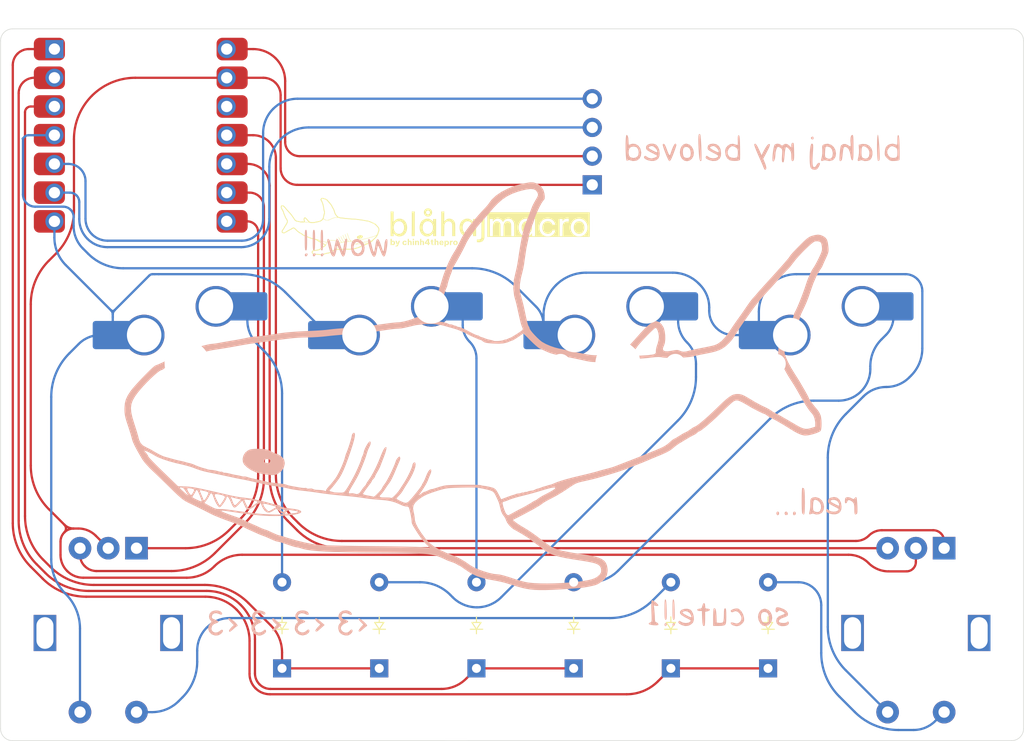
<source format=kicad_pcb>
(kicad_pcb (version 20240108) (generator "pcbnew") (generator_version "8.0")
  (layers (0 "F.Cu" signal) (31 "B.Cu" signal) (34 "B.Paste" user) (35 "F.Paste" user) (36 "B.SilkS" user "B.Silkscreen") (37 "F.SilkS" user "F.Silkscreen") (38 "B.Mask" user) (39 "F.Mask" user) (44 "Edge.Cuts" user))
  (net 0 "")
  (net 1 "Net-(D1-A)")
  (net 2 "ROW1")
  (net 3 "Net-(D2-A)")
  (net 4 "Net-(D3-A)")
  (net 5 "ROW2")
  (net 6 "Net-(D4-A)")
  (net 7 "Net-(D5-A)")
  (net 8 "Net-(D6-A)")
  (net 9 "GND")
  (net 10 "SCL")
  (net 11 "SDA")
  (net 12 "+5V")
  (net 13 "COL1")
  (net 14 "COL2")
  (net 15 "ROTB1")
  (net 16 "ROTA1")
  (net 17 "ROTB2")
  (net 18 "ROTA2")
  (net 21 "ROW3")
  (footprint "ScottoKeebs_Components:Diode_DO-35" (layer "F.Cu") (at 122.13 79.33 90)
    (property "Reference" "D4" (hide yes))
    (property "Value" "Diode" (hide yes))
    (pad "1" thru_hole rect (at 0 0 90) (size 1.6 1.6) (drill 0.8) (layers "*.Cu" "*.Mask") (net 5 "ROW2"))
    (pad "2" thru_hole oval (at 7.62 0 90) (size 1.6 1.6) (drill 0.8) (layers "*.Cu" "*.Mask") (net 6 "Net-(D4-A)"))
  )
  (footprint "ScottoKeebs_Scotto:Encoder_EC11_MX" (layer "F.Cu") (at 80.9625 76.2 -90)
    (property "Reference" "SW1" (hide yes))
    (property "Value" "RotaryEncoder_Switch" (hide yes))
    (pad "A" thru_hole rect (at -7.5 -2.5 270) (size 2 2) (drill 1) (layers "*.Cu" "*.Mask") (net 16 "ROTA1"))
    (pad "B" thru_hole circle (at -7.5 2.5 270) (size 2 2) (drill 1) (layers "*.Cu" "*.Mask") (net 15 "ROTB1"))
    (pad "C" thru_hole circle (at -7.5 0 270) (size 2 2) (drill 1) (layers "*.Cu" "*.Mask") (net 9 "GND"))
    (pad "MP" thru_hole rect (at 0 -5.6 270) (size 3.2 2) (drill oval 2.8 1.5) (layers "*.Cu" "*.Mask"))
    (pad "MP" thru_hole rect (at 0 5.6 270) (size 3.2 2) (drill oval 2.8 1.5) (layers "*.Cu" "*.Mask"))
    (pad "S1" thru_hole circle (at 7 2.5 270) (size 2 2) (drill 1) (layers "*.Cu" "*.Mask") (net 13 "COL1"))
    (pad "S2" thru_hole circle (at 7 -2.5 270) (size 2 2) (drill 1) (layers "*.Cu" "*.Mask") (net 7 "Net-(D5-A)"))
  )
  (footprint "ScottoKeebs_Scotto:Encoder_EC11_MX" (layer "F.Cu") (at 152.4 76.2 -90)
    (property "Reference" "SW2" (hide yes))
    (property "Value" "RotaryEncoder_Switch" (hide yes))
    (pad "A" thru_hole rect (at -7.5 -2.5 270) (size 2 2) (drill 1) (layers "*.Cu" "*.Mask") (net 18 "ROTA2"))
    (pad "B" thru_hole circle (at -7.5 2.5 270) (size 2 2) (drill 1) (layers "*.Cu" "*.Mask") (net 17 "ROTB2"))
    (pad "C" thru_hole circle (at -7.5 0 270) (size 2 2) (drill 1) (layers "*.Cu" "*.Mask") (net 9 "GND"))
    (pad "MP" thru_hole rect (at 0 -5.6 270) (size 3.2 2) (drill oval 2.8 1.5) (layers "*.Cu" "*.Mask"))
    (pad "MP" thru_hole rect (at 0 5.6 270) (size 3.2 2) (drill oval 2.8 1.5) (layers "*.Cu" "*.Mask"))
    (pad "S1" thru_hole circle (at 7 2.5 270) (size 2 2) (drill 1) (layers "*.Cu" "*.Mask") (net 14 "COL2"))
    (pad "S2" thru_hole circle (at 7 -2.5 270) (size 2 2) (drill 1) (layers "*.Cu" "*.Mask") (net 8 "Net-(D6-A)"))
  )
  (footprint "LOGO" (layer "F.Cu") (at 109.943 40.236)
    (property "Reference" "G***" (hide yes))
    (property "Value" "LOGO" (hide yes))
  )
  (footprint "ScottoKeebs_Components:Diode_DO-35" (layer "F.Cu") (at 96.336 79.33 90)
    (property "Reference" "D1" (hide yes))
    (property "Value" "Diode" (hide yes))
    (pad "1" thru_hole rect (at 0 0 90) (size 1.6 1.6) (drill 0.8) (layers "*.Cu" "*.Mask") (net 2 "ROW1"))
    (pad "2" thru_hole oval (at 7.62 0 90) (size 1.6 1.6) (drill 0.8) (layers "*.Cu" "*.Mask") (net 1 "Net-(D1-A)"))
  )
  (footprint "ScottoKeebs_Components:Diode_DO-35" (layer "F.Cu") (at 139.326 79.33 90)
    (property "Reference" "D6" (hide yes))
    (property "Value" "Diode" (hide yes))
    (pad "1" thru_hole rect (at 0 0 90) (size 1.6 1.6) (drill 0.8) (layers "*.Cu" "*.Mask") (net 21 "ROW3"))
    (pad "2" thru_hole oval (at 7.62 0 90) (size 1.6 1.6) (drill 0.8) (layers "*.Cu" "*.Mask") (net 8 "Net-(D6-A)"))
  )
  (footprint "ScottoKeebs_MCU:Seeed_XIAO_RP2040" (layer "F.Cu") (at 83.82 32.17)
    (property "Reference" "U1" (hide yes))
    (property "Value" "Seeed Studio XIAO SAMD21" (hide yes))
    (pad "1" smd roundrect (at -8.065 -7.62) (size 2.75 2) (layers "F.Cu" "F.Paste" "F.Mask") (net 21 "ROW3"))
    (pad "1" thru_hole rect (at -7.62 -7.62 90) (size 1.6 1.6) (drill 1) (layers "*.Cu" "*.Mask") (net 21 "ROW3"))
    (pad "2" smd roundrect (at -8.065 -5.08) (size 2.75 2) (layers "F.Cu" "F.Paste" "F.Mask") (net 5 "ROW2"))
    (pad "2" thru_hole circle (at -7.62 -5.08 90) (size 1.6 1.6) (drill 1) (layers "*.Cu" "*.Mask") (net 5 "ROW2"))
    (pad "3" smd roundrect (at -8.065 -2.54) (size 2.75 2) (layers "F.Cu" "F.Paste" "F.Mask") (net 2 "ROW1"))
    (pad "3" thru_hole circle (at -7.62 -2.54 90) (size 1.6 1.6) (drill 1) (layers "*.Cu" "*.Mask") (net 2 "ROW1"))
    (pad "4" smd roundrect (at -8.065 0) (size 2.75 2) (layers "F.Cu" "F.Paste" "F.Mask") (net 14 "COL2"))
    (pad "4" thru_hole circle (at -7.62 0 90) (size 1.6 1.6) (drill 1) (layers "*.Cu" "*.Mask") (net 14 "COL2"))
    (pad "5" smd roundrect (at -8.065 2.54) (size 2.75 2) (layers "F.Cu" "F.Paste" "F.Mask") (net 11 "SDA"))
    (pad "5" thru_hole circle (at -7.62 2.54 90) (size 1.6 1.6) (drill 1) (layers "*.Cu" "*.Mask") (net 11 "SDA"))
    (pad "6" smd roundrect (at -8.065 5.08) (size 2.75 2) (layers "F.Cu" "F.Paste" "F.Mask") (net 10 "SCL"))
    (pad "6" thru_hole circle (at -7.62 5.08 90) (size 1.6 1.6) (drill 1) (layers "*.Cu" "*.Mask") (net 10 "SCL"))
    (pad "7" smd roundrect (at -8.065 7.62) (size 2.75 2) (layers "F.Cu" "F.Paste" "F.Mask") (net 13 "COL1"))
    (pad "7" thru_hole circle (at -7.62 7.62 90) (size 1.6 1.6) (drill 1) (layers "*.Cu" "*.Mask") (net 13 "COL1"))
    (pad "8" thru_hole circle (at 7.62 7.62 90) (size 1.6 1.6) (drill 1) (layers "*.Cu" "*.Mask") (net 16 "ROTA1"))
    (pad "8" smd roundrect (at 8.1 7.62) (size 2.75 2) (layers "F.Cu" "F.Paste" "F.Mask") (net 16 "ROTA1"))
    (pad "9" thru_hole circle (at 7.62 5.08 90) (size 1.6 1.6) (drill 1) (layers "*.Cu" "*.Mask") (net 15 "ROTB1"))
    (pad "9" smd roundrect (at 8.1 5.08) (size 2.75 2) (layers "F.Cu" "F.Paste" "F.Mask") (net 15 "ROTB1"))
    (pad "10" thru_hole circle (at 7.62 2.54 90) (size 1.6 1.6) (drill 1) (layers "*.Cu" "*.Mask") (net 17 "ROTB2"))
    (pad "10" smd roundrect (at 8.1 2.54) (size 2.75 2) (layers "F.Cu" "F.Paste" "F.Mask") (net 17 "ROTB2"))
    (pad "11" thru_hole circle (at 7.62 0 90) (size 1.6 1.6) (drill 1) (layers "*.Cu" "*.Mask") (net 18 "ROTA2"))
    (pad "11" smd roundrect (at 8.1 0) (size 2.75 2) (layers "F.Cu" "F.Paste" "F.Mask") (net 18 "ROTA2"))
    (pad "12" thru_hole circle (at 7.62 -2.54 90) (size 1.6 1.6) (drill 1) (layers "*.Cu" "*.Mask"))
    (pad "12" smd roundrect (at 8.1 -2.54) (size 2.75 2) (layers "F.Cu" "F.Paste" "F.Mask"))
    (pad "13" thru_hole circle (at 7.62 -5.08 90) (size 1.6 1.6) (drill 1) (layers "*.Cu" "*.Mask") (net 9 "GND"))
    (pad "13" smd roundrect (at 8.1 -5.08) (size 2.75 2) (layers "F.Cu" "F.Paste" "F.Mask") (net 9 "GND"))
    (pad "14" thru_hole circle (at 7.62 -7.62 90) (size 1.6 1.6) (drill 1) (layers "*.Cu" "*.Mask") (net 12 "+5V"))
    (pad "14" smd roundrect (at 8.1 -7.62) (size 2.75 2) (layers "F.Cu" "F.Paste" "F.Mask") (net 12 "+5V"))
  )
  (footprint "ScottoKeebs_Components:Diode_DO-35" (layer "F.Cu") (at 104.934 79.33 90)
    (property "Reference" "D3" (hide yes))
    (property "Value" "Diode" (hide yes))
    (pad "1" thru_hole rect (at 0 0 90) (size 1.6 1.6) (drill 0.8) (layers "*.Cu" "*.Mask") (net 2 "ROW1"))
    (pad "2" thru_hole oval (at 7.62 0 90) (size 1.6 1.6) (drill 0.8) (layers "*.Cu" "*.Mask") (net 4 "Net-(D3-A)"))
  )
  (footprint "ScottoKeebs_Components:Diode_DO-35" (layer "F.Cu") (at 113.532 79.33 90)
    (property "Reference" "D2" (hide yes))
    (property "Value" "Diode" (hide yes))
    (pad "1" thru_hole rect (at 0 0 90) (size 1.6 1.6) (drill 0.8) (layers "*.Cu" "*.Mask") (net 5 "ROW2"))
    (pad "2" thru_hole oval (at 7.62 0 90) (size 1.6 1.6) (drill 0.8) (layers "*.Cu" "*.Mask") (net 3 "Net-(D2-A)"))
  )
  (footprint "ScottoKeebs_Components:Diode_DO-35" (layer "F.Cu") (at 130.728 79.33 90)
    (property "Reference" "D5" (hide yes))
    (property "Value" "Diode" (hide yes))
    (pad "1" thru_hole rect (at 0 0 90) (size 1.6 1.6) (drill 0.8) (layers "*.Cu" "*.Mask") (net 21 "ROW3"))
    (pad "2" thru_hole oval (at 7.62 0 90) (size 1.6 1.6) (drill 0.8) (layers "*.Cu" "*.Mask") (net 7 "Net-(D5-A)"))
  )
  (footprint "ScottoKeebs_Components:OLED_128x32" (layer "F.Cu") (at 122.1745 26.7625)
    (property "Reference" "J1" (hide yes))
    (property "Value" "OLED_128x32" (hide yes))
    (pad "1" thru_hole rect (at 1.6 9.8 180) (size 1.7 1.7) (drill 1) (layers "*.Cu" "*.Mask") (net 9 "GND"))
    (pad "2" thru_hole oval (at 1.6 7.26 180) (size 1.7 1.7) (drill 1) (layers "*.Cu" "*.Mask") (net 12 "+5V"))
    (pad "3" thru_hole oval (at 1.6 4.72 180) (size 1.7 1.7) (drill 1) (layers "*.Cu" "*.Mask") (net 10 "SCL"))
    (pad "4" thru_hole oval (at 1.6 2.18 180) (size 1.7 1.7) (drill 1) (layers "*.Cu" "*.Mask") (net 11 "SDA"))
  )
  (footprint "ScottoKeebs_Scotto:MX_Hotswap_1.00u" (layer "B.Cu") (at 87.3125 48.5775)
    (property "Reference" "S1" (hide yes))
    (property "Value" "Keyswitch" (hide yes))
    (pad "" np_thru_hole circle (at -4.445 3.81 180) (size 1.75 1.75) (drill 1.75) (layers "F&B.Cu" "*.Mask") (clearance 0.1))
    (pad "" np_thru_hole circle (at 0.635 3.81 180) (size 4 4) (drill 4) (layers "*.Cu" "*.Mask"))
    (pad "" np_thru_hole circle (at 5.715 3.81 180) (size 1.75 1.75) (drill 1.75) (layers "*.Cu" "*.Mask"))
    (pad "1" smd roundrect (at -5.95 1.27 180) (size 3.55 2.5) (layers "B.Cu") (roundrect_rratio 0.1) (net 13 "COL1"))
    (pad "1" thru_hole circle (at -3.175 1.27 180) (size 3.6 3.6) (drill 3.05) (layers "*.Cu" "*.Mask") (net 13 "COL1"))
    (pad "2" thru_hole circle (at 3.175 -1.27 180) (size 3.6 3.6) (drill 3.05) (layers "*.Cu" "*.Mask") (net 1 "Net-(D1-A)"))
    (pad "2" smd roundrect (at 5.955 -1.27 180) (size 3.55 2.5) (layers "B.Cu") (roundrect_rratio 0.1) (net 1 "Net-(D1-A)"))
  )
  (footprint "ScottoKeebs_Scotto:MX_Hotswap_1.00u" (layer "B.Cu") (at 125.4125 48.5775)
    (property "Reference" "S3" (hide yes))
    (property "Value" "Keyswitch" (hide yes))
    (pad "" np_thru_hole circle (at -4.445 3.81 180) (size 1.75 1.75) (drill 1.75) (layers "F&B.Cu" "*.Mask") (clearance 0.1))
    (pad "" np_thru_hole circle (at 0.635 3.81 180) (size 4 4) (drill 4) (layers "*.Cu" "*.Mask"))
    (pad "" np_thru_hole circle (at 5.715 3.81 180) (size 1.75 1.75) (drill 1.75) (layers "*.Cu" "*.Mask"))
    (pad "1" smd roundrect (at -5.95 1.27 180) (size 3.55 2.5) (layers "B.Cu") (roundrect_rratio 0.1) (net 14 "COL2"))
    (pad "1" thru_hole circle (at -3.175 1.27 180) (size 3.6 3.6) (drill 3.05) (layers "*.Cu" "*.Mask") (net 14 "COL2"))
    (pad "2" thru_hole circle (at 3.175 -1.27 180) (size 3.6 3.6) (drill 3.05) (layers "*.Cu" "*.Mask") (net 4 "Net-(D3-A)"))
    (pad "2" smd roundrect (at 5.955 -1.27 180) (size 3.55 2.5) (layers "B.Cu") (roundrect_rratio 0.1) (net 4 "Net-(D3-A)"))
  )
  (footprint "ScottoKeebs_Scotto:MX_Hotswap_1.00u" (layer "B.Cu") (at 106.3625 48.5775)
    (property "Reference" "S2" (hide yes))
    (property "Value" "Keyswitch" (hide yes))
    (pad "" np_thru_hole circle (at -4.445 3.81 180) (size 1.75 1.75) (drill 1.75) (layers "F&B.Cu" "*.Mask") (clearance 0.1))
    (pad "" np_thru_hole circle (at 0.635 3.81 180) (size 4 4) (drill 4) (layers "*.Cu" "*.Mask"))
    (pad "" np_thru_hole circle (at 5.715 3.81 180) (size 1.75 1.75) (drill 1.75) (layers "*.Cu" "*.Mask"))
    (pad "1" smd roundrect (at -5.95 1.27 180) (size 3.55 2.5) (layers "B.Cu") (roundrect_rratio 0.1) (net 13 "COL1"))
    (pad "1" thru_hole circle (at -3.175 1.27 180) (size 3.6 3.6) (drill 3.05) (layers "*.Cu" "*.Mask") (net 13 "COL1"))
    (pad "2" thru_hole circle (at 3.175 -1.27 180) (size 3.6 3.6) (drill 3.05) (layers "*.Cu" "*.Mask") (net 3 "Net-(D2-A)"))
    (pad "2" smd roundrect (at 5.955 -1.27 180) (size 3.55 2.5) (layers "B.Cu") (roundrect_rratio 0.1) (net 3 "Net-(D2-A)"))
  )
  (footprint "LOGO" (layer "B.Cu") (at 113.440583 54.362219 180)
    (property "Reference" "G***" (hide yes))
    (property "Value" "LOGO" (hide yes))
  )
  (footprint "ScottoKeebs_Scotto:MX_Hotswap_1.00u" (layer "B.Cu") (at 144.4625 48.5775)
    (property "Reference" "S4" (hide yes))
    (property "Value" "Keyswitch" (hide yes))
    (pad "" np_thru_hole circle (at -4.445 3.81 180) (size 1.75 1.75) (drill 1.75) (layers "F&B.Cu" "*.Mask") (clearance 0.1))
    (pad "" np_thru_hole circle (at 0.635 3.81 180) (size 4 4) (drill 4) (layers "*.Cu" "*.Mask"))
    (pad "" np_thru_hole circle (at 5.715 3.81 180) (size 1.75 1.75) (drill 1.75) (layers "*.Cu" "*.Mask"))
    (pad "1" smd roundrect (at -5.95 1.27 180) (size 3.55 2.5) (layers "B.Cu") (roundrect_rratio 0.1) (net 14 "COL2"))
    (pad "1" thru_hole circle (at -3.175 1.27 180) (size 3.6 3.6) (drill 3.05) (layers "*.Cu" "*.Mask") (net 14 "COL2"))
    (pad "2" thru_hole circle (at 3.175 -1.27 180) (size 3.6 3.6) (drill 3.05) (layers "*.Cu" "*.Mask") (net 6 "Net-(D4-A)"))
    (pad "2" smd roundrect (at 5.955 -1.27 180) (size 3.55 2.5) (layers "B.Cu") (roundrect_rratio 0.1) (net 6 "Net-(D4-A)"))
  )
  (gr_arc (start 160.864003 22.7625) (mid 161.614164 23.072984) (end 161.925 23.823) (stroke (width 0.05)) (layer "Edge.Cuts"))
  (gr_arc (start 71.437994 23.823003) (mid 71.749924 23.072098) (end 72.502 22.763001) (stroke (width 0.05)) (layer "Edge.Cuts"))
  (gr_line (start 160.864003 22.7625) (end 72.502 22.763001) (stroke (width 0.05)) (layer "Edge.Cuts"))
  (gr_line (start 71.437994 23.823003) (end 71.4375 84.665011) (stroke (width 0.05)) (layer "Edge.Cuts"))
  (gr_line (start 161.924 84.663999) (end 161.925 23.823) (stroke (width 0.05)) (layer "Edge.Cuts"))
  (gr_arc (start 161.924 84.663999) (mid 161.613633 85.413632) (end 160.864 85.724) (stroke (width 0.05)) (layer "Edge.Cuts"))
  (gr_arc (start 72.498 85.725) (mid 71.748341 85.414521) (end 71.4375 84.665011) (stroke (width 0.05)) (layer "Edge.Cuts"))
  (gr_line (start 72.498 85.725) (end 160.864 85.724) (stroke (width 0.05)) (layer "Edge.Cuts"))
  (segment (start 96.336 55.015757) (end 96.336 71.71) (width 0.2) (layer "B.Cu") (net 1))
  (segment (start 94.80175 51.31175) (end 94.140776 50.650776) (width 0.2) (layer "B.Cu") (net 1))
  (segment (start 93.2675 48.5425) (end 93.2675 47.3075) (width 0.2) (layer "B.Cu") (net 1))
  (arc (start 94.80175 51.31175) (mid 95.937261 53.011162) (end 96.336 55.015757) (width 0.2) (layer "B.Cu") (net 1))
  (arc (start 93.2675 48.5425) (mid 93.494457 49.68349) (end 94.140776 50.650776) (width 0.2) (layer "B.Cu") (net 1))
  (segment (start 96.336 79.33) (end 104.934 79.33) (width 0.2) (layer "F.Cu") (net 2))
  (segment (start 73.6 30.142132) (end 73.6 65.856036) (width 0.2) (layer "F.Cu") (net 2))
  (segment (start 96.336 79.33) (end 96.336 77.928) (width 0.2) (layer "F.Cu") (net 2))
  (segment (start 95.344636 75.534636) (end 93.353792 73.543792) (width 0.2) (layer "F.Cu") (net 2))
  (segment (start 75.846207 70.356207) (end 75.193792 69.703792) (width 0.2) (layer "F.Cu") (net 2))
  (segment (start 89.506036 71.95) (end 79.693963 71.95) (width 0.2) (layer "F.Cu") (net 2))
  (segment (start 74.112132 29.63) (end 76.2 29.63) (width 0.2) (layer "F.Cu") (net 2))
  (arc (start 73.6 65.856036) (mid 74.014213 67.938426) (end 75.193792 69.703792) (width 0.2) (layer "F.Cu") (net 2))
  (arc (start 74.112132 29.63) (mid 73.916147 29.668983) (end 73.75 29.78) (width 0.2) (layer "F.Cu") (net 2))
  (arc (start 95.344636 75.534636) (mid 96.078352 76.63272) (end 96.336 77.928) (width 0.2) (layer "F.Cu") (net 2))
  (arc (start 89.506036 71.95) (mid 91.588426 72.364213) (end 93.353792 73.543792) (width 0.2) (layer "F.Cu") (net 2))
  (arc (start 73.6 30.142132) (mid 73.638983 29.946147) (end 73.75 29.78) (width 0.2) (layer "F.Cu") (net 2))
  (arc (start 75.846207 70.356207) (mid 77.611572 71.535786) (end 79.693963 71.95) (width 0.2) (layer "F.Cu") (net 2))
  (segment (start 112.3175 48.968718) (end 112.3175 47.3075) (width 0.2) (layer "B.Cu") (net 3))
  (segment (start 113.532 51.900781) (end 113.532 71.71) (width 0.2) (layer "B.Cu") (net 3))
  (arc (start 112.3175 48.968718) (mid 112.475319 49.762128) (end 112.92475 50.43475) (width 0.2) (layer "B.Cu") (net 3))
  (arc (start 113.532 51.900781) (mid 113.37418 51.10737) (end 112.92475 50.43475) (width 0.2) (layer "B.Cu") (net 3))
  (segment (start 108.530222 71.71) (end 104.934 71.71) (width 0.2) (layer "B.Cu") (net 4))
  (segment (start 115.717418 73.04258) (end 131.356207 57.403792) (width 0.2) (layer "B.Cu") (net 4))
  (segment (start 111.43258 73.04258) (end 111.21 72.82) (width 0.2) (layer "B.Cu") (net 4))
  (segment (start 132.95 52.408996) (end 132.95 53.556036) (width 0.2) (layer "B.Cu") (net 4))
  (segment (start 131.3675 48.588503) (end 131.3675 47.3075) (width 0.2) (layer "B.Cu") (net 4))
  (arc (start 108.530222 71.71) (mid 109.980507 71.998479) (end 111.21 72.82) (width 0.2) (layer "B.Cu") (net 4))
  (arc (start 132.15875 50.49875) (mid 132.74436 51.375178) (end 132.95 52.408996) (width 0.2) (layer "B.Cu") (net 4))
  (arc (start 113.575 73.93) (mid 114.734468 73.699367) (end 115.717418 73.04258) (width 0.2) (layer "B.Cu") (net 4))
  (arc (start 132.95 53.556036) (mid 132.535786 55.638426) (end 131.356207 57.403792) (width 0.2) (layer "B.Cu") (net 4))
  (arc (start 113.575 73.93) (mid 112.41553 73.699367) (end 111.43258 73.04258) (width 0.2) (layer "B.Cu") (net 4))
  (arc (start 132.15875 50.49875) (mid 131.573139 49.622321) (end 131.3675 48.588503) (width 0.2) (layer "B.Cu") (net 4))
  (segment (start 73.04 28.455685) (end 73.04 66.276036) (width 0.2) (layer "F.Cu") (net 5))
  (segment (start 93.94 76.747766) (end 93.94 79.767243) (width 0.2) (layer "F.Cu") (net 5))
  (segment (start 110.425065 81.15) (end 95.322756 81.15) (width 0.2) (layer "F.Cu") (net 5))
  (segment (start 112.622 80.24) (end 113.532 79.33) (width 0.2) (layer "F.Cu") (net 5))
  (segment (start 74.405685 27.09) (end 76.2 27.09) (width 0.2) (layer "F.Cu") (net 5))
  (segment (start 74.633792 70.123792) (end 75.396207 70.886207) (width 0.2) (layer "F.Cu") (net 5))
  (segment (start 113.532 79.33) (end 122.13 79.33) (width 0.2) (layer "F.Cu") (net 5))
  (segment (start 79.243963 72.48) (end 89.672233 72.48) (width 0.2) (layer "F.Cu") (net 5))
  (arc (start 89.672233 72.48) (mid 91.305436 72.804864) (end 92.69 73.73) (width 0.2) (layer "F.Cu") (net 5))
  (arc (start 112.622 80.24) (mid 111.614037 80.913498) (end 110.425065 81.15) (width 0.2) (layer "F.Cu") (net 5))
  (arc (start 93.94 76.747766) (mid 93.615135 75.114562) (end 92.69 73.73) (width 0.2) (layer "F.Cu") (net 5))
  (arc (start 74.405685 27.09) (mid 73.88306 27.193956) (end 73.44 27.49) (width 0.2) (layer "F.Cu") (net 5))
  (arc (start 94.345 80.745) (mid 94.793598 81.044743) (end 95.322756 81.15) (width 0.2) (layer "F.Cu") (net 5))
  (arc (start 73.04 66.276036) (mid 73.454213 68.358426) (end 74.633792 70.123792) (width 0.2) (layer "F.Cu") (net 5))
  (arc (start 73.04 28.455685) (mid 73.143956 27.93306) (end 73.44 27.49) (width 0.2) (layer "F.Cu") (net 5))
  (arc (start 79.243963 72.48) (mid 77.161572 72.065786) (end 75.396207 70.886207) (width 0.2) (layer "F.Cu") (net 5))
  (arc (start 94.345 80.745) (mid 94.045256 80.296401) (end 93.94 79.767243) (width 0.2) (layer "F.Cu") (net 5))
  (segment (start 149.356413 50.233586) (end 149.758122 49.831876) (width 0.2) (layer "B.Cu") (net 6))
  (segment (start 123.585 71.71) (end 122.13 71.71) (width 0.2) (layer "B.Cu") (net 6))
  (segment (start 150.4175 48.24) (end 150.4175 47.3075) (width 0.2) (layer "B.Cu") (net 6))
  (segment (start 139.506207 57.243792) (end 126.06884 70.681159) (width 0.2) (layer "B.Cu") (net 6))
  (segment (start 148.37 52.615) (end 148.37 52.850344) (width 0.2) (layer "B.Cu") (net 6))
  (segment (start 145.570344 55.65) (end 143.353963 55.65) (width 0.2) (layer "B.Cu") (net 6))
  (arc (start 143.353963 55.65) (mid 141.271572 56.064213) (end 139.506207 57.243792) (width 0.2) (layer "B.Cu") (net 6))
  (arc (start 123.585 71.71) (mid 124.929244 71.442612) (end 126.06884 70.681159) (width 0.2) (layer "B.Cu") (net 6))
  (arc (start 150.4175 48.24) (mid 150.246133 49.101517) (end 149.758122 49.831876) (width 0.2) (layer "B.Cu") (net 6))
  (arc (start 145.570344 55.65) (mid 146.641726 55.436888) (end 147.55 54.83) (width 0.2) (layer "B.Cu") (net 6))
  (arc (start 148.37 52.850344) (mid 148.156888 53.921726) (end 147.55 54.83) (width 0.2) (layer "B.Cu") (net 6))
  (arc (start 148.37 52.615) (mid 148.62636 51.326188) (end 149.356413 50.233586) (width 0.2) (layer "B.Cu") (net 6))
  (segment (start 87.524999 81.894999) (end 87.194923 82.225076) (width 0.2) (layer "B.Cu") (net 7))
  (segment (start 91.71501 74.88) (end 125.316471 74.88) (width 0.2) (layer "B.Cu") (net 7))
  (segment (start 129.143 73.295) (end 130.728 71.71) (width 0.2) (layer "B.Cu") (net 7))
  (segment (start 88.83 77.76501) (end 88.83 78.744451) (width 0.2) (layer "B.Cu") (net 7))
  (segment (start 84.84125 83.2) (end 83.4625 83.2) (width 0.2) (layer "B.Cu") (net 7))
  (arc (start 84.84125 83.2) (mid 86.115048 82.946625) (end 87.194923 82.225076) (width 0.2) (layer "B.Cu") (net 7))
  (arc (start 87.524999 81.894999) (mid 88.490841 80.449515) (end 88.83 78.744451) (width 0.2) (layer "B.Cu") (net 7))
  (arc (start 89.675 75.725) (mid 90.610964 75.099608) (end 91.71501 74.88) (width 0.2) (layer "B.Cu") (net 7))
  (arc (start 129.143 73.295) (mid 127.387373 74.468071) (end 125.316471 74.88) (width 0.2) (layer "B.Cu") (net 7))
  (arc (start 89.675 75.725) (mid 89.049608 76.660964) (end 88.83 77.76501) (width 0.2) (layer "B.Cu") (net 7))
  (segment (start 145.623792 81.813792) (end 146.996207 83.186207) (width 0.2) (layer "B.Cu") (net 8))
  (segment (start 154.11 83.99) (end 154.9 83.2) (width 0.2) (layer "B.Cu") (net 8))
  (segment (start 144.03 73.741457) (end 144.03 77.966036) (width 0.2) (layer "B.Cu") (net 8))
  (segment (start 150.843963 84.78) (end 152.202771 84.78) (width 0.2) (layer "B.Cu") (net 8))
  (segment (start 141.998542 71.71) (end 139.326 71.71) (width 0.2) (layer "B.Cu") (net 8))
  (arc (start 154.11 83.99) (mid 153.234955 84.574685) (end 152.202771 84.78) (width 0.2) (layer "B.Cu") (net 8))
  (arc (start 144.03 77.966036) (mid 144.444213 80.048426) (end 145.623792 81.813792) (width 0.2) (layer "B.Cu") (net 8))
  (arc (start 141.998542 71.71) (mid 142.775947 71.864635) (end 143.435 72.305) (width 0.2) (layer "B.Cu") (net 8))
  (arc (start 144.03 73.741457) (mid 143.875364 72.964052) (end 143.435 72.305) (width 0.2) (layer "B.Cu") (net 8))
  (arc (start 150.843963 84.78) (mid 148.761572 84.365786) (end 146.996207 83.186207) (width 0.2) (layer "B.Cu") (net 8))
  (segment (start 75.703792 65.243792) (end 77.08 66.62) (width 0.2) (layer "F.Cu") (net 9))
  (segment (start 78.32125 66.96) (end 77.900832 66.96) (width 0.2) (layer "F.Cu") (net 9))
  (segment (start 77.93 38.796036) (end 77.93 32.518599) (width 0.2) (layer "F.Cu") (net 9))
  (segment (start 76.74 69.295613) (end 76.74 68.120832) (width 0.2) (layer "F.Cu") (net 9))
  (segment (start 94.673603 27.09) (end 91.44 27.09) (width 0.2) (layer "F.Cu") (net 9))
  (segment (start 149.989446 70.75) (end 151.563517 70.75) (width 0.2) (layer "F.Cu") (net 9))
  (segment (start 146.440553 69.28) (end 92.805426 69.28) (width 0.2) (layer "F.Cu") (net 9))
  (segment (start 83.358599 27.09) (end 91.44 27.09) (width 0.2) (layer "F.Cu") (net 9))
  (segment (start 152.4 69.913517) (end 152.4 68.7) (width 0.2) (layer "F.Cu") (net 9))
  (segment (start 97.682379 36.5625) (end 123.7745 36.5625) (width 0.2) (layer "F.Cu") (net 9))
  (segment (start 75.703792 43.276207) (end 76.336206 42.643792) (width 0.2) (layer "F.Cu") (net 9))
  (segment (start 96.21 35.09012) (end 96.21 28.626396) (width 0.2) (layer "F.Cu") (net 9))
  (segment (start 74.11 61.396036) (end 74.11 47.123963) (width 0.2) (layer "F.Cu") (net 9))
  (segment (start 79.859779 67.597279) (end 80.9625 68.7) (width 0.2) (layer "F.Cu") (net 9))
  (segment (start 87.904573 71.31) (end 78.754386 71.31) (width 0.2) (layer "F.Cu") (net 9))
  (arc (start 152.155 70.505) (mid 152.336326 70.233625) (end 152.4 69.913517) (width 0.2) (layer "F.Cu") (net 9))
  (arc (start 77.08 67.3) (mid 76.828363 67.676601) (end 76.74 68.120832) (width 0.2) (layer "F.Cu") (net 9))
  (arc (start 87.904573 71.31) (mid 89.230734 71.04621) (end 90.355 70.295) (width 0.2) (layer "F.Cu") (net 9))
  (arc (start 79.859779 67.597279) (mid 79.153896 67.125623) (end 78.32125 66.96) (width 0.2) (layer "F.Cu") (net 9))
  (arc (start 77.08 67.3) (mid 77.456601 67.048363) (end 77.900832 66.96) (width 0.2) (layer "F.Cu") (net 9))
  (arc (start 96.64125 36.13125) (mid 97.118924 36.450421) (end 97.682379 36.5625) (width 0.2) (layer "F.Cu") (net 9))
  (arc (start 96.21 35.09012) (mid 96.322078 35.653575) (end 96.64125 36.13125) (width 0.2) (layer "F.Cu") (net 9))
  (arc (start 76.74 69.295613) (mid 76.893336 70.066485) (end 77.33 70.72) (width 0.2) (layer "F.Cu") (net 9))
  (arc (start 90.355 70.295) (mid 91.479265 69.543789) (end 92.805426 69.28) (width 0.2) (layer "F.Cu") (net 9))
  (arc (start 83.358599 27.09) (mid 81.281164 27.503227) (end 79.52 28.68) (width 0.2) (layer "F.Cu") (net 9))
  (arc (start 77.93 38.796036) (mid 77.515786 40.878426) (end 76.336206 42.643792) (width 0.2) (layer "F.Cu") (net 9))
  (arc (start 77.900832 66.96) (mid 77.456601 66.871636) (end 77.08 66.62) (width 0.2) (layer "F.Cu") (net 9))
  (arc (start 77.08 67.3) (mid 77.220832 66.96) (end 77.08 66.62) (width 0.2) (layer "F.Cu") (net 9))
  (arc (start 95.76 27.54) (mid 95.261556 27.206951) (end 94.673603 27.09) (width 0.2) (layer "F.Cu") (net 9))
  (arc (start 148.215 70.015) (mid 149.029122 70.558979) (end 149.989446 70.75) (width 0.2) (layer "F.Cu") (net 9))
  (arc (start 152.155 70.505) (mid 151.883625 70.686326) (end 151.563517 70.75) (width 0.2) (layer "F.Cu") (net 9))
  (arc (start 74.11 61.396036) (mid 74.524213 63.478426) (end 75.703792 65.243792) (width 0.2) (layer "F.Cu") (net 9))
  (arc (start 77.93 32.518599) (mid 78.343227 30.441164) (end 79.52 28.68) (width 0.2) (layer "F.Cu") (net 9))
  (arc (start 74.11 47.123963) (mid 74.524213 45.041572) (end 75.703792 43.276207) (width 0.2) (layer "F.Cu") (net 9))
  (arc (start 148.215 70.015) (mid 147.400876 69.47102) (end 146.440553 69.28) (width 0.2) (layer "F.Cu") (net 9))
  (arc (start 95.76 27.54) (mid 96.093048 28.038442) (end 96.21 28.626396) (width 0.2) (layer "F.Cu") (net 9))
  (arc (start 77.33 70.72) (mid 77.983513 71.156663) (end 78.754386 71.31) (width 0.2) (layer "F.Cu") (net 9))
  (segment (start 77.563517 37.25) (end 76.2 37.25) (width 0.2) (layer "B.Cu") (net 10))
  (segment (start 80.892375 42.07) (end 92.717624 42.07) (width 0.2) (layer "B.Cu") (net 10))
  (segment (start 78.4 39.577624) (end 78.4 38.086482) (width 0.2) (layer "B.Cu") (net 10))
  (segment (start 95.21 39.577624) (end 95.21 34.964997) (width 0.2) (layer "B.Cu") (net 10))
  (segment (start 98.692497 31.4825) (end 123.7745 31.4825) (width 0.2) (layer "B.Cu") (net 10))
  (arc (start 94.48 41.34) (mid 95.020279 40.531415) (end 95.21 39.577624) (width 0.2) (layer "B.Cu") (net 10))
  (arc (start 98.692497 31.4825) (mid 97.359803 31.747589) (end 96.23 32.5025) (width 0.2) (layer "B.Cu") (net 10))
  (arc (start 79.13 41.34) (mid 78.58972 40.531415) (end 78.4 39.577624) (width 0.2) (layer "B.Cu") (net 10))
  (arc (start 79.13 41.34) (mid 79.938584 41.880279) (end 80.892375 42.07) (width 0.2) (layer "B.Cu") (net 10))
  (arc (start 78.155 37.495) (mid 77.883625 37.313673) (end 77.563517 37.25) (width 0.2) (layer "B.Cu") (net 10))
  (arc (start 94.48 41.34) (mid 93.671415 41.880279) (end 92.717624 42.07) (width 0.2) (layer "B.Cu") (net 10))
  (arc (start 96.23 32.5025) (mid 95.475089 33.632303) (end 95.21 34.964997) (width 0.2) (layer "B.Cu") (net 10))
  (arc (start 78.155 37.495) (mid 78.336326 37.766374) (end 78.4 38.086482) (width 0.2) (layer "B.Cu") (net 10))
  (segment (start 97.711453 28.9425) (end 123.7745 28.9425) (width 0.2) (layer "B.Cu") (net 11))
  (segment (start 78.95 36.229325) (end 78.95 39.553898) (width 0.2) (layer "B.Cu") (net 11))
  (segment (start 92.782182 41.5) (end 80.896101 41.5) (width 0.2) (layer "B.Cu") (net 11))
  (segment (start 77.430674 34.71) (end 76.2 34.71) (width 0.2) (layer "B.Cu") (net 11))
  (segment (start 94.66 39.622182) (end 94.66 31.993953) (width 0.2) (layer "B.Cu") (net 11))
  (arc (start 77.430674 34.71) (mid 78.012095 34.825651) (end 78.505 35.155) (width 0.2) (layer "B.Cu") (net 11))
  (arc (start 79.52 40.93) (mid 80.15136 41.351861) (end 80.896101 41.5) (width 0.2) (layer "B.Cu") (net 11))
  (arc (start 79.52 40.93) (mid 79.098138 40.298639) (end 78.95 39.553898) (width 0.2) (layer "B.Cu") (net 11))
  (arc (start 78.95 36.229325) (mid 78.834348 35.647904) (end 78.505 35.155) (width 0.2) (layer "B.Cu") (net 11))
  (arc (start 95.55375 29.83625) (mid 94.892278 30.826212) (end 94.66 31.993953) (width 0.2) (layer "B.Cu") (net 11))
  (arc (start 92.782182 41.5) (mid 93.500792 41.357059) (end 94.11 40.95) (width 0.2) (layer "B.Cu") (net 11))
  (arc (start 97.711453 28.9425) (mid 96.543712 29.174778) (end 95.55375 29.83625) (width 0.2) (layer "B.Cu") (net 11))
  (arc (start 94.66 39.622182) (mid 94.517059 40.340792) (end 94.11 40.95) (width 0.2) (layer "B.Cu") (net 11))
  (segment (start 93.776202 24.55) (end 91.44 24.55) (width 0.2) (layer "F.Cu") (net 12))
  (segment (start 97.877526 34.0225) (end 123.7745 34.0225) (width 0.2) (layer "F.Cu") (net 12))
  (segment (start 96.61 27.383797) (end 96.61 32.754973) (width 0.2) (layer "F.Cu") (net 12))
  (arc (start 95.78 25.38) (mid 96.39429 26.299349) (end 96.61 27.383797) (width 0.2) (layer "F.Cu") (net 12))
  (arc (start 95.78 25.38) (mid 94.860649 24.765709) (end 93.776202 24.55) (width 0.2) (layer "F.Cu") (net 12))
  (arc (start 96.98125 33.65125) (mid 97.392465 33.926015) (end 97.877526 34.0225) (width 0.2) (layer "F.Cu") (net 12))
  (arc (start 96.61 32.754973) (mid 96.706484 33.240034) (end 96.98125 33.65125) (width 0.2) (layer "F.Cu") (net 12))
  (segment (start 78.4625 75.810318) (end 78.4625 83.2) (width 0.2) (layer "B.Cu") (net 13))
  (segment (start 76.2 41.22) (end 76.2 39.79) (width 0.2) (layer "B.Cu") (net 13))
  (segment (start 77.513792 51.473706) (end 78.354227 50.633272) (width 0.2) (layer "B.Cu") (net 13))
  (segment (start 81.3625 48.25) (end 81.3625 48.03125) (width 0.2) (layer "B.Cu") (net 13))
  (segment (start 81.3625 48.6875) (end 81.3625 49.291875) (width 0.2) (layer "B.Cu") (net 13))
  (segment (start 85.425 44.46) (end 85.07 44.46) (width 0.2) (layer "B.Cu") (net 13))
  (segment (start 85.425 44.46) (end 92.771036 44.46) (width 0.2) (layer "B.Cu") (net 13))
  (segment (start 85.07 44.46) (end 84.8925 44.46) (width 0.2) (layer "B.Cu") (net 13))
  (segment (start 96.618792 46.053792) (end 100.4125 49.8475) (width 0.2) (layer "B.Cu") (net 13))
  (segment (start 84.589488 44.585511) (end 81.517179 47.65782) (width 0.2) (layer "B.Cu") (net 13))
  (segment (start 80.806875 49.8475) (end 80.25125 49.8475) (width 0.2) (layer "B.Cu") (net 13))
  (segment (start 81.3625 48.25) (end 81.3625 48.6875) (width 0.2) (layer "B.Cu") (net 13))
  (segment (start 75.92 69.672181) (end 75.92 55.321463) (width 0.2) (layer "B.Cu") (net 13))
  (segment (start 77.211162 43.661162) (end 81.20782 47.65782) (width 0.2) (layer "B.Cu") (net 13))
  (arc (start 81.517179 47.65782) (mid 81.362499 47.72189) (end 81.20782 47.65782) (width 0.2) (layer "B.Cu") (net 13))
  (arc (start 77.513792 51.473706) (mid 76.334213 53.239072) (end 75.92 55.321463) (width 0.2) (layer "B.Cu") (net 13))
  (arc (start 76.2 41.22) (mid 76.462792 42.541147) (end 77.211162 43.661162) (width 0.2) (layer "B.Cu") (net 13))
  (arc (start 77.19125 72.74125) (mid 76.250387 71.333149) (end 75.92 69.672181) (width 0.2) (layer "B.Cu") (net 13))
  (arc (start 84.589488 44.585511) (mid 84.728511 44.492619) (end 84.8925 44.46) (width 0.2) (layer "B.Cu") (net 13))
  (arc (start 92.771036 44.46) (mid 94.853426 44.874213) (end 96.618792 46.053792) (width 0.2) (layer "B.Cu") (net 13))
  (arc (start 81.3625 49.291875) (mid 81.199761 49.684761) (end 80.806875 49.8475) (width 0.2) (layer "B.Cu") (net 13))
  (arc (start 81.517179 47.65782) (mid 81.402699 47.829151) (end 81.3625 48.03125) (width 0.2) (layer "B.Cu") (net 13))
  (arc (start 78.354227 50.633272) (mid 79.224588 50.051715) (end 80.25125 49.8475) (width 0.2) (layer "B.Cu") (net 13))
  (arc (start 81.20782 47.65782) (mid 81.322299 47.829151) (end 81.3625 48.03125) (width 0.2) (layer "B.Cu") (net 13))
  (arc (start 77.19125 72.74125) (mid 78.132112 74.14935) (end 78.4625 75.810318) (width 0.2) (layer "B.Cu") (net 13))
  (segment (start 77.9 40.2) (end 77.9 39.411837) (width 0.2) (layer "B.Cu") (net 14))
  (segment (start 144.61 60.683963) (end 144.61 75.656036) (width 0.2) (layer "B.Cu") (net 14))
  (segment (start 76.978162 38.49) (end 74.495477 38.49) (width 0.2) (layer "B.Cu") (net 14))
  (segment (start 118.806658 47.336658) (end 117.003792 45.533792) (width 0.2) (layer "B.Cu") (net 14))
  (segment (start 73.42 32.504142) (end 73.42 37.414522) (width 0.2) (layer "B.Cu") (net 14))
  (segment (start 141.83709 44.46) (end 151.467746 44.46) (width 0.2) (layer "B.Cu") (net 14))
  (segment (start 138.5125 49.8475) (end 136.266686 49.8475) (width 0.2) (layer "B.Cu") (net 14))
  (segment (start 73.55 32.32) (end 73.41 32.46) (width 0.2) (layer "B.Cu") (net 14))
  (segment (start 133.175 45.275) (end 133.282078 45.382078) (width 0.2) (layer "B.Cu") (net 14))
  (segment (start 119.4625 48.92) (end 119.4625 48.098438) (width 0.2) (layer "B.Cu") (net 14))
  (segment (start 73.912132 32.17) (end 76.2 32.17) (width 0.2) (layer "B.Cu") (net 14))
  (segment (start 147.762078 55.277921) (end 146.203792 56.836207) (width 0.2) (layer "B.Cu") (net 14))
  (segment (start 146.203792 79.503792) (end 149.9 83.2) (width 0.2) (layer "B.Cu") (net 14))
  (segment (start 151.807921 53.602078) (end 151.969999 53.439999) (width 0.2) (layer "B.Cu") (net 14))
  (segment (start 134.12 47.405) (end 134.12 47.700813) (width 0.2) (layer "B.Cu") (net 14))
  (segment (start 123.230938 44.33) (end 130.893568 44.33) (width 0.2) (layer "B.Cu") (net 14))
  (segment (start 79.185 42.655) (end 78.727314 42.197314) (width 0.2) (layer "B.Cu") (net 14))
  (segment (start 152.97 45.962253) (end 152.97 51.025786) (width 0.2) (layer "B.Cu") (net 14))
  (segment (start 138.5125 49.8475) (end 138.5125 47.78459) (width 0.2) (layer "B.Cu") (net 14))
  (segment (start 82.287264 43.94) (end 113.156036 43.94) (width 0.2) (layer "B.Cu") (net 14))
  (arc (start 152.53 44.9) (mid 152.042633 44.574352) (end 151.467746 44.46) (width 0.2) (layer "B.Cu") (net 14))
  (arc (start 151.807921 53.602078) (mid 150.879797 54.222231) (end 149.785 54.44) (width 0.2) (layer "B.Cu") (net 14))
  (arc (start 113.156036 43.94) (mid 115.238426 44.354213) (end 117.003792 45.533792) (width 0.2) (layer "B.Cu") (net 14))
  (arc (start 77.9 40.2) (mid 78.115011 41.280938) (end 78.727314 42.197314) (width 0.2) (layer "B.Cu") (net 14))
  (arc (start 147.762078 55.277921) (mid 148.690202 54.657768) (end 149.785 54.44) (width 0.2) (layer "B.Cu") (net 14))
  (arc (start 73.912132 32.17) (mid 73.716147 32.208983) (end 73.55 32.32) (width 0.2) (layer "B.Cu") (net 14))
  (arc (start 134.12 47.700813) (mid 134.283406 48.522314) (end 134.74875 49.21875) (width 0.2) (layer "B.Cu") (net 14))
  (arc (start 120.56625 45.43375) (mid 121.788819 44.616855) (end 123.230938 44.33) (width 0.2) (layer "B.Cu") (net 14))
  (arc (start 152.97 45.962253) (mid 152.855647 45.387366) (end 152.53 44.9) (width 0.2) (layer "B.Cu") (net 14))
  (arc (start 73.735 38.175) (mid 73.501865 37.826089) (end 73.42 37.414522) (width 0.2) (layer "B.Cu") (net 14))
  (arc (start 73.41 32.48) (mid 73.405857 32.469999) (end 73.41 32.46) (width 0.2) (layer "B.Cu") (net 14))
  (arc (start 139.48625 45.43375) (mid 140.564824 44.713069) (end 141.83709 44.46) (width 0.2) (layer "B.Cu") (net 14))
  (arc (start 134.12 47.405) (mid 133.902231 46.310202) (end 133.282078 45.382078) (width 0.2) (layer "B.Cu") (net 14))
  (arc (start 133.175 45.275) (mid 132.12827 44.575597) (end 130.893568 44.33) (width 0.2) (layer "B.Cu") (net 14))
  (arc (start 136.266686 49.8475) (mid 135.445185 49.684093) (end 134.74875 49.21875) (width 0.2) (layer "B.Cu") (net 14))
  (arc (start 152.97 51.025786) (mid 152.710108 52.332349) (end 151.969999 53.439999) (width 0.2) (layer "B.Cu") (net 14))
  (arc (start 73.735 38.175) (mid 74.083909 38.408134) (end 74.495477 38.49) (width 0.2) (layer "B.Cu") (net 14))
  (arc (start 79.185 42.655) (mid 80.60833 43.606039) (end 82.287264 43.94) (width 0.2) (layer "B.Cu") (net 14))
  (arc (start 120.56625 45.43375) (mid 119.749355 46.656319) (end 119.4625 48.098438) (width 0.2) (layer "B.Cu") (net 14))
  (arc (start 76.978162 38.49) (mid 77.330934 38.56017) (end 77.63 38.76) (width 0.2) (layer "B.Cu") (net 14))
  (arc (start 119.4625 48.92) (mid 119.4625 48.92) (end 119.4625 48.92) (width 0.2) (layer "B.Cu") (net 14))
  (arc (start 144.61 60.683963) (mid 145.024213 58.601572) (end 146.203792 56.836207) (width 0.2) (layer "B.Cu") (net 14))
  (arc (start 77.63 38.76) (mid 77.829829 39.059065) (end 77.9 39.411837) (width 0.2) (layer "B.Cu") (net 14))
  (arc (start 73.42 32.504142) (mid 73.417401 32.491076) (end 73.41 32.48) (width 0.2) (layer "B.Cu") (net 14))
  (arc (start 146.203792 79.503792) (mid 145.024213 77.738426) (end 144.61 75.656036) (width 0.2) (layer "B.Cu") (net 14))
  (arc (start 139.48625 45.43375) (mid 138.765569 46.512324) (end 138.5125 47.78459) (width 0.2) (layer "B.Cu") (net 14))
  (arc (start 119.4625 48.92) (mid 119.292052 48.063101) (end 118.806658 47.336658) (width 0.2) (layer "B.Cu") (net 14))
  (segment (start 79.926344 70.72) (end 86.556036 70.72) (width 0.2) (layer "F.Cu") (net 15))
  (segment (start 78.873505 70.273505) (end 78.89125 70.29125) (width 0.2) (layer "F.Cu") (net 15))
  (segment (start 93.46674 37.25) (end 91.44 37.25) (width 0.2) (layer "F.Cu") (net 15))
  (segment (start 78.4625 69.28125) (end 78.4625 68.7) (width 0.2) (layer "F.Cu") (net 15))
  (segment (start 93.136207 66.393792) (end 90.403792 69.126207) (width 0.2) (layer "F.Cu") (net 15))
  (segment (start 94.73 62.546036) (end 94.73 38.513259) (width 0.2) (layer "F.Cu") (net 15))
  (arc (start 94.73 62.546036) (mid 94.315786 64.628426) (end 93.136207 66.393792) (width 0.2) (layer "F.Cu") (net 15))
  (arc (start 79.926344 70.72) (mid 79.366155 70.608571) (end 78.89125 70.29125) (width 0.2) (layer "F.Cu") (net 15))
  (arc (start 90.403792 69.126207) (mid 88.638426 70.305786) (end 86.556036 70.72) (width 0.2) (layer "F.Cu") (net 15))
  (arc (start 94.36 37.62) (mid 93.950169 37.346159) (end 93.46674 37.25) (width 0.2) (layer "F.Cu") (net 15))
  (arc (start 78.873505 70.273505) (mid 78.569316 69.818254) (end 78.4625 69.28125) (width 0.2) (layer "F.Cu") (net 15))
  (arc (start 94.36 37.62) (mid 94.63384 38.02983) (end 94.73 38.513259) (width 0.2) (layer "F.Cu") (net 15))
  (segment (start 91.653792 67.106207) (end 92.626206 66.133792) (width 0.2) (layer "F.Cu") (net 16))
  (segment (start 94.22 40.745979) (end 94.22 62.286036) (width 0.2) (layer "F.Cu") (net 16))
  (segment (start 93.26402 39.79) (end 91.44 39.79) (width 0.2) (layer "F.Cu") (net 16))
  (segment (start 87.806036 68.7) (end 83.4625 68.7) (width 0.2) (layer "F.Cu") (net 16))
  (arc (start 94.22 40.745979) (mid 94.14723 40.380141) (end 93.94 40.07) (width 0.2) (layer "F.Cu") (net 16))
  (arc (start 93.26402 39.79) (mid 93.629857 39.862769) (end 93.94 40.07) (width 0.2) (layer "F.Cu") (net 16))
  (arc (start 87.806036 68.7) (mid 89.888426 68.285786) (end 91.653792 67.106207) (width 0.2) (layer "F.Cu") (net 16))
  (arc (start 92.626206 66.133792) (mid 93.805786 64.368426) (end 94.22 62.286036) (width 0.2) (layer "F.Cu") (net 16))
  (segment (start 101.513963 68.7) (end 149.9 68.7) (width 0.2) (layer "F.Cu") (net 17))
  (segment (start 93.310969 34.71) (end 91.44 34.71) (width 0.2) (layer "F.Cu") (net 17))
  (segment (start 96.833792 66.273792) (end 97.666207 67.106207) (width 0.2) (layer "F.Cu") (net 17))
  (segment (start 95.24 62.426036) (end 95.24 36.63903) (width 0.2) (layer "F.Cu") (net 17))
  (arc (start 94.675 35.275) (mid 95.093161 35.900822) (end 95.24 36.63903) (width 0.2) (layer "F.Cu") (net 17))
  (arc (start 96.833792 66.273792) (mid 95.654213 64.508426) (end 95.24 62.426036) (width 0.2) (layer "F.Cu") (net 17))
  (arc (start 97.666207 67.106207) (mid 99.431572 68.285786) (end 101.513963 68.7) (width 0.2) (layer "F.Cu") (net 17))
  (arc (start 93.310969 34.71) (mid 94.049177 34.856838) (end 94.675 35.275) (width 0.2) (layer "F.Cu") (net 17))
  (segment (start 93.775613 32.17) (end 91.44 32.17) (width 0.2) (layer "F.Cu") (net 18))
  (segment (start 101.623963 68.06) (end 147.098248 68.06) (width 0.2) (layer "F.Cu") (net 18))
  (segment (start 154.9 68.08305) (end 154.9 68.7) (width 0.2) (layer "F.Cu") (net 18))
  (segment (start 153.926949 67.11) (end 149.391751 67.11) (width 0.2) (layer "F.Cu") (net 18))
  (segment (start 97.776207 66.466207) (end 97.383792 66.073792) (width 0.2) (layer "F.Cu") (net 18))
  (segment (start 95.79 62.226036) (end 95.79 34.184386) (width 0.2) (layer "F.Cu") (net 18))
  (arc (start 95.2 32.76) (mid 95.636663 33.413513) (end 95.79 34.184386) (width 0.2) (layer "F.Cu") (net 18))
  (arc (start 154.615 67.395) (mid 154.82593 67.71068) (end 154.9 68.08305) (width 0.2) (layer "F.Cu") (net 18))
  (arc (start 147.098248 68.06) (mid 147.718865 67.936551) (end 148.245 67.585) (width 0.2) (layer "F.Cu") (net 18))
  (arc (start 97.383792 66.073792) (mid 96.204213 64.308426) (end 95.79 62.226036) (width 0.2) (layer "F.Cu") (net 18))
  (arc (start 97.776207 66.466207) (mid 99.541572 67.645786) (end 101.623963 68.06) (width 0.2) (layer "F.Cu") (net 18))
  (arc (start 148.245 67.585) (mid 148.771133 67.233448) (end 149.391751 67.11) (width 0.2) (layer "F.Cu") (net 18))
  (arc (start 95.2 32.76) (mid 94.546485 32.323336) (end 93.775613 32.17) (width 0.2) (layer "F.Cu") (net 18))
  (arc (start 153.926949 67.11) (mid 154.299319 67.184069) (end 154.615 67.395) (width 0.2) (layer "F.Cu") (net 18))
  (segment (start 130.728 79.33) (end 139.326 79.33) (width 0.2) (layer "F.Cu") (net 21))
  (segment (start 95.269533 81.62) (end 126.818725 81.62) (width 0.2) (layer "F.Cu") (net 21))
  (segment (start 93.46 76.899274) (end 93.46 79.810466) (width 0.2) (layer "F.Cu") (net 21))
  (segment (start 75.166207 71.396207) (end 74.113792 70.343792) (width 0.2) (layer "F.Cu") (net 21))
  (segment (start 79.013963 72.99) (end 89.550725 72.99) (width 0.2) (layer "F.Cu") (net 21))
  (segment (start 72.52 25.966898) (end 72.52 66.496036) (width 0.2) (layer "F.Cu") (net 21))
  (segment (start 129.583 80.475) (end 130.728 79.33) (width 0.2) (layer "F.Cu") (net 21))
  (segment (start 73.936898 24.55) (end 76.2 24.55) (width 0.2) (layer "F.Cu") (net 21))
  (arc (start 95.269533 81.62) (mid 94.577054 81.482257) (end 93.99 81.09) (width 0.2) (layer "F.Cu") (net 21))
  (arc (start 93.46 79.810466) (mid 93.597742 80.502944) (end 93.99 81.09) (width 0.2) (layer "F.Cu") (net 21))
  (arc (start 75.166207 71.396207) (mid 76.931572 72.575786) (end 79.013963 72.99) (width 0.2) (layer "F.Cu") (net 21))
  (arc (start 93.46 76.899274) (mid 93.162424 75.403259) (end 92.315 74.135) (width 0.2) (layer "F.Cu") (net 21))
  (arc (start 72.935 24.965) (mid 73.394674 24.657854) (end 73.936898 24.55) (width 0.2) (layer "F.Cu") (net 21))
  (arc (start 72.935 24.965) (mid 72.627854 25.424674) (end 72.52 25.966898) (width 0.2) (layer "F.Cu") (net 21))
  (arc (start 74.113792 70.343792) (mid 72.934213 68.578426) (end 72.52 66.496036) (width 0.2) (layer "F.Cu") (net 21))
  (arc (start 129.583 80.475) (mid 128.314739 81.322424) (end 126.818725 81.62) (width 0.2) (layer "F.Cu") (net 21))
  (arc (start 92.315 74.135) (mid 91.046739 73.287575) (end 89.550725 72.99) (width 0.2) (layer "F.Cu") (net 21))
)
</source>
